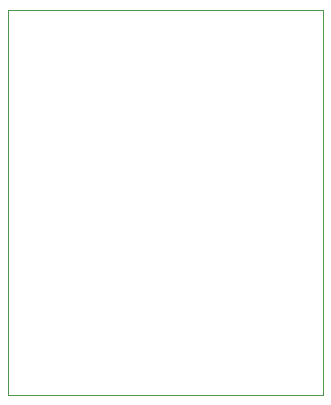
<source format=gm1>
%TF.GenerationSoftware,KiCad,Pcbnew,8.0.0-rc1*%
%TF.CreationDate,2025-03-12T12:31:09+03:00*%
%TF.ProjectId,IMX219_V2.0,494d5832-3139-45f5-9632-2e302e6b6963,rev?*%
%TF.SameCoordinates,Original*%
%TF.FileFunction,Profile,NP*%
%FSLAX46Y46*%
G04 Gerber Fmt 4.6, Leading zero omitted, Abs format (unit mm)*
G04 Created by KiCad (PCBNEW 8.0.0-rc1) date 2025-03-12 12:31:09*
%MOMM*%
%LPD*%
G01*
G04 APERTURE LIST*
%TA.AperFunction,Profile*%
%ADD10C,0.100000*%
%TD*%
G04 APERTURE END LIST*
D10*
X165790000Y-67690000D02*
X192390000Y-67690000D01*
X192390000Y-100290000D01*
X165790000Y-100290000D01*
X165790000Y-67690000D01*
M02*

</source>
